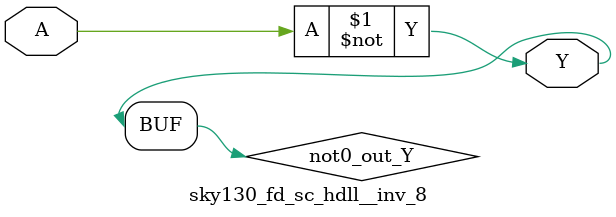
<source format=v>
/*
 * Copyright 2020 The SkyWater PDK Authors
 *
 * Licensed under the Apache License, Version 2.0 (the "License");
 * you may not use this file except in compliance with the License.
 * You may obtain a copy of the License at
 *
 *     https://www.apache.org/licenses/LICENSE-2.0
 *
 * Unless required by applicable law or agreed to in writing, software
 * distributed under the License is distributed on an "AS IS" BASIS,
 * WITHOUT WARRANTIES OR CONDITIONS OF ANY KIND, either express or implied.
 * See the License for the specific language governing permissions and
 * limitations under the License.
 *
 * SPDX-License-Identifier: Apache-2.0
*/


`ifndef SKY130_FD_SC_HDLL__INV_8_FUNCTIONAL_V
`define SKY130_FD_SC_HDLL__INV_8_FUNCTIONAL_V

/**
 * inv: Inverter.
 *
 * Verilog simulation functional model.
 */

`timescale 1ns / 1ps
`default_nettype none

`celldefine
module sky130_fd_sc_hdll__inv_8 (
    Y,
    A
);

    // Module ports
    output Y;
    input  A;

    // Local signals
    wire not0_out_Y;

    //  Name  Output      Other arguments
    not not0 (not0_out_Y, A              );
    buf buf0 (Y         , not0_out_Y     );

endmodule
`endcelldefine

`default_nettype wire
`endif  // SKY130_FD_SC_HDLL__INV_8_FUNCTIONAL_V

</source>
